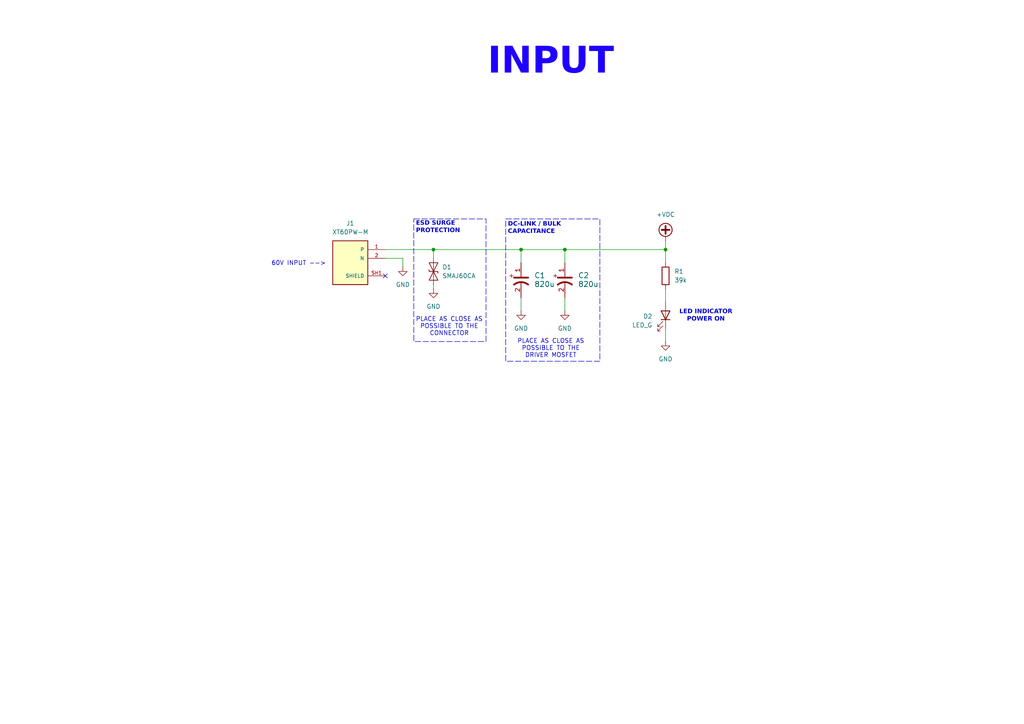
<source format=kicad_sch>
(kicad_sch (version 20250114) (generator "eeschema") (generator_version "9.0")
  (paper "A4")
  (title_block (title "PCB Mastery Project") (date "2026-01-27") (rev "01_1") (company "Integro Consulting AB") (comment 1 "00000001") (comment 2 "TBD") (comment 3 "TBD") (comment 4 "Josue Godinez"))
  (lib_symbols
    (symbol "Device:LED" (pin_numbers (hide yes)) (pin_names (offset 1.016) (hide yes))
      (property "Reference" "D" (at 0 2.54 0))
      (property "Value" "LED" (at 0 -2.54 0))
      (symbol "LED_0_1"
        (polyline (pts (xy -3.048 -0.762) (xy -4.572 -2.286) (xy -3.81 -2.286) (xy -4.572 -2.286) (xy -4.572 -1.524)))
        (polyline (pts (xy -1.778 -0.762) (xy -3.302 -2.286) (xy -2.54 -2.286) (xy -3.302 -2.286) (xy -3.302 -1.524)))
        (polyline (pts (xy -1.27 0) (xy 1.27 0)))
        (polyline (pts (xy -1.27 -1.27) (xy -1.27 1.27)) (stroke (width 0.254)))
        (polyline (pts (xy 1.27 -1.27) (xy 1.27 1.27) (xy -1.27 0) (xy 1.27 -1.27)) (stroke (width 0.254)))
      )
      (symbol "LED_1_1"
        (pin passive line (at -3.81 0 0) (length 2.54) (name "K") (number "1"))
        (pin passive line (at 3.81 0 180) (length 2.54) (name "A") (number "2"))
      )
    )
    (symbol "Device:R" (pin_numbers (hide yes)) (pin_names (offset 0))
      (property "Reference" "R" (at 2.032 0 90))
      (property "Value" "R" (at 0 0 90))
      (symbol "R_0_1"
        (rectangle (start -1.016 -2.54) (end 1.016 2.54) (stroke (width 0.254)))
      )
      (symbol "R_1_1"
        (pin passive line (at 0 3.81 270) (length 1.27) (name "~") (number "1"))
        (pin passive line (at 0 -3.81 90) (length 1.27) (name "~") (number "2"))
      )
    )
    (symbol "Diode:SMAJ60CA" (pin_numbers (hide yes)) (pin_names (offset 1.016) (hide yes))
      (property "Reference" "D" (at 0 2.54 0))
      (property "Value" "SMAJ60CA" (at 0 -2.54 0))
      (symbol "SMAJ60CA_0_1"
        (polyline (pts (xy -2.54 -1.27) (xy 0 0) (xy -2.54 1.27) (xy -2.54 -1.27)) (stroke (width 0.2032)))
        (polyline (pts (xy 0.508 1.27) (xy 0 1.27) (xy 0 -1.27) (xy -0.508 -1.27)) (stroke (width 0.2032)))
        (polyline (pts (xy 1.27 0) (xy -1.27 0)))
        (polyline (pts (xy 2.54 1.27) (xy 2.54 -1.27) (xy 0 0) (xy 2.54 1.27)) (stroke (width 0.2032)))
      )
      (symbol "SMAJ60CA_1_1"
        (pin passive line (at -3.81 0 0) (length 2.54) (name "A1") (number "1"))
        (pin passive line (at 3.81 0 180) (length 2.54) (name "A2") (number "2"))
      )
    )
    (symbol "LKMI2501K821MF:LKMI2501K821MF_YMIN" (pin_names (offset 0.254))
      (property "Reference" "C" (at 2.54 2.54 0))
      (property "Value" "820u" (at 2.54 0 0))
      (symbol "LKMI2501K821MF_YMIN_0_1"
        (polyline (pts (xy -3.302 1.27) (xy -2.286 1.27)))
        (polyline (pts (xy -2.794 0.762) (xy -2.794 1.778)))
        (polyline (pts (xy -2.032 0.762) (xy 2.032 0.762)) (stroke (width 0.508)))
        (arc (start -2.032 -1.27) (mid 0 -0.5572) (end 2.032 -1.27) (stroke (width 0.508)))
      )
      (symbol "LKMI2501K821MF_YMIN_1_1"
        (pin passive line (at 0 5.08 270) (length 4.318) (name "~") (number "1"))
        (pin passive line (at 0 -5.08 90) (length 4.572) (name "~") (number "2"))
      )
    )
    (symbol "XT60PW-M:XT60PW-M" (pin_names (offset 1.016))
      (property "Reference" "J" (at -5.08 5.7234 0))
      (property "Value" "XT60PW-M" (at -5.08 -10.1723 0))
      (symbol "XT60PW-M_0_0"
        (rectangle (start -5.08 -7.62) (end 5.08 5.08) (stroke (width 0.254)) (fill (type background)))
        (pin passive line (at -10.16 2.54 0) (length 5.08) (name "P") (number "1"))
        (pin passive line (at -10.16 0 0) (length 5.08) (name "N") (number "2"))
        (pin passive line (at -10.16 -5.08 0) (length 5.08) (name "SHIELD") (number "SH1"))
        (pin passive line (at -10.16 -5.08 0) (length 5.08) (hide yes) (name "SHIELD") (number "SH2"))
      )
    )
    (symbol "power:+VDC" (power) (pin_numbers (hide yes)) (pin_names (offset 0) (hide yes))
      (property "Value" "+VDC" (at 0 6.35 0))
      (symbol "+VDC_0_1"
        (polyline (pts (xy -1.143 3.175) (xy 1.143 3.175)) (stroke (width 0.508)))
        (circle (center 0 3.175) (radius 1.905) (stroke (width 0.254)))
        (polyline (pts (xy 0 2.032) (xy 0 4.318)) (stroke (width 0.508)))
        (polyline (pts (xy 0 0) (xy 0 1.27)))
      )
      (symbol "+VDC_1_1"
        (pin power_in line (at 0 0 90) (length 0) (name "~") (number "1"))
      )
    )
    (symbol "power:GND" (power) (pin_numbers (hide yes)) (pin_names (offset 0) (hide yes))
      (property "Value" "GND" (at 0 -3.81 0))
      (symbol "GND_0_1"
        (polyline (pts (xy 0 0) (xy 0 -1.27) (xy 1.27 -1.27) (xy 0 -2.54) (xy -1.27 -1.27) (xy 0 -1.27)))
      )
      (symbol "GND_1_1"
        (pin power_in line (at 0 0 270) (length 0) (name "~") (number "1"))
      )
    )
  )
  (rectangle (start 120.015 63.5) (end 140.97 99.06) (stroke (width 0) (type dash)))
  (rectangle (start 146.685 63.5) (end 173.99 104.775) (stroke (width 0) (type dash)))
  (text "PLACE AS CLOSE AS\nPOSSIBLE TO THE\nCONNECTOR" (at 130.302 94.742 0) (effects (font (size 1.27 1.27))))
  (text "ESD SURGE\nPROTECTION" (at 120.65 66.294 0) (effects (font (size 1.27 1.27) (thickness 0.254) (bold yes)) (justify left)))
  (text "LED INDICATOR\nPOWER ON" (at 204.724 91.948 0) (effects (font (size 1.27 1.27) (bold yes))))
  (text "DC-LINK / BULK\nCAPACITANCE" (at 147.32 66.548 0) (effects (font (size 1.27 1.27) (thickness 0.254) (bold yes)) (justify left)))
  (text "60V INPUT -->" (at 86.614 76.454 0) (effects (font (size 1.27 1.27))))
  (text "INPUT" (at 159.766 20.066 0) (effects (font (size 7.62 7.62) (thickness 0.254) (bold yes))))
  (text "PLACE AS CLOSE AS\nPOSSIBLE TO THE\nDRIVER MOSFET" (at 159.766 101.092 0) (effects (font (size 1.27 1.27))))
  (junction (at 193.04 72.39))
  (junction (at 163.83 72.39))
  (junction (at 125.73 72.39))
  (junction (at 151.13 72.39))
  (no_connect (at 111.76 80.01))
  (wire (pts (xy 151.13 72.39) (xy 163.83 72.39)))
  (wire (pts (xy 193.04 72.39) (xy 163.83 72.39)))
  (wire (pts (xy 163.83 72.39) (xy 163.83 76.2)))
  (wire (pts (xy 125.73 72.39) (xy 111.76 72.39)))
  (wire (pts (xy 151.13 90.17) (xy 151.13 86.36)))
  (wire (pts (xy 193.04 87.63) (xy 193.04 83.82)))
  (wire (pts (xy 151.13 72.39) (xy 151.13 76.2)))
  (wire (pts (xy 116.84 74.93) (xy 111.76 74.93)))
  (wire (pts (xy 125.73 72.39) (xy 125.73 74.93)))
  (wire (pts (xy 116.84 77.47) (xy 116.84 74.93)))
  (wire (pts (xy 193.04 69.85) (xy 193.04 72.39)))
  (wire (pts (xy 193.04 95.25) (xy 193.04 99.06)))
  (wire (pts (xy 125.73 82.55) (xy 125.73 83.82)))
  (wire (pts (xy 163.83 90.17) (xy 163.83 86.36)))
  (wire (pts (xy 125.73 72.39) (xy 151.13 72.39)))
  (wire (pts (xy 193.04 76.2) (xy 193.04 72.39)))
  (symbol (lib_id "Device:R") (at 193.04 80.01 0) (unit 1)
    (property "Reference" "R1" (at 195.58 78.7399 0) (effects (justify left)))
    (property "Value" "39k" (at 195.58 81.2799 0) (effects (justify left)))
    (property "Footprint" "Resistor_SMD:R_0603_1608Metric" (effects (hide yes)))
    (property "Description" "RES 39k OHM 0603 ±1% 1/10W" (effects (hide yes)))
    (property "Package" "0603" (effects (hide yes)))
    (property "Tolerance" "1%" (effects (hide yes)))
    (property "Power Rating" "1/10W" (effects (hide yes)))
  )
  (symbol (lib_id "power:GND") (at 116.84 77.47 0) (mirror y) (unit 1)
    (property "Reference" "#PWR01" (effects (hide yes)))
    (property "Value" "GND" (at 116.84 82.55 0))
    (property "Description" "Power symbol creates a global label with name \"GND\" , ground" (effects (hide yes)))
  )
  (symbol (lib_id "power:GND") (at 163.83 90.17 0) (mirror y) (unit 1)
    (property "Reference" "#PWR04" (effects (hide yes)))
    (property "Value" "GND" (at 163.83 95.25 0))
    (property "Description" "Power symbol creates a global label with name \"GND\" , ground" (effects (hide yes)))
  )
  (symbol (lib_id "power:GND") (at 125.73 83.82 0) (mirror y) (unit 1)
    (property "Reference" "#PWR02" (effects (hide yes)))
    (property "Value" "GND" (at 125.73 88.9 0))
    (property "Description" "Power symbol creates a global label with name \"GND\" , ground" (effects (hide yes)))
  )
  (symbol (lib_id "LKMI2501K821MF:LKMI2501K821MF_YMIN") (at 163.83 81.28 0) (unit 1)
    (property "Reference" "C2" (at 167.64 79.8829 0) (effects (font (size 1.524 1.524)) (justify left)))
    (property "Value" "820u" (at 167.64 82.4229 0) (effects (font (size 1.524 1.524)) (justify left)))
    (property "Footprint" "LKMI2501K821MF:RA_LKMI2501K821MF_YMIN" (effects (hide yes)))
    (property "Datasheet" "LKMI2501K821MF_YMIN" (effects (hide yes)))
    (property "Description" "±20% 80V 820uF 32mΩ@100kHz Through Hole,D16xL25mm Aluminum Electrolytic Capacitors RoHS" (effects (hide yes)))
    (property "MPN" "LKMI2501K821MF" (effects (hide yes)))
    (property "Manufacturer" "Ymin" (effects (hide yes)))
    (property "Package" "TH" (effects (hide yes)))
    (property "Tolerance" "20%" (effects (hide yes)))
    (property "Voltage Rating" "80V" (effects (hide yes)))
  )
  (symbol (lib_id "XT60PW-M:XT60PW-M") (at 101.6 74.93 0) (mirror y) (unit 1)
    (property "Reference" "J1" (at 101.6 64.77 0))
    (property "Value" "XT60PW-M" (at 101.6 67.31 0))
    (property "Footprint" "XT60PW-M:AMASS_XT60PW-M" (effects (hide yes)))
    (property "Description" "Socket, DC supply, male, PIN: 2" (effects (hide yes)))
    (property "MAXIMUM_PACKAGE_HEIGHT" "8.4 mm" (effects (hide yes)))
    (property "Package" "TH" (effects (hide yes)))
    (property "MPN" "XT60PW-M" (effects (hide yes)))
    (property "Manufacturer" "AMASS" (effects (hide yes)))
  )
  (symbol (lib_id "LKMI2501K821MF:LKMI2501K821MF_YMIN") (at 151.13 81.28 0) (unit 1)
    (property "Reference" "C1" (at 154.94 79.8829 0) (effects (font (size 1.524 1.524)) (justify left)))
    (property "Value" "820u" (at 154.94 82.4229 0) (effects (font (size 1.524 1.524)) (justify left)))
    (property "Footprint" "LKMI2501K821MF:RA_LKMI2501K821MF_YMIN" (effects (hide yes)))
    (property "Datasheet" "LKMI2501K821MF_YMIN" (effects (hide yes)))
    (property "Description" "±20% 80V 820uF 32mΩ@100kHz Through Hole,D16xL25mm Aluminum Electrolytic Capacitors RoHS" (effects (hide yes)))
    (property "MPN" "LKMI2501K821MF" (effects (hide yes)))
    (property "Manufacturer" "Ymin" (effects (hide yes)))
    (property "Package" "TH" (effects (hide yes)))
    (property "Tolerance" "20%" (effects (hide yes)))
    (property "Voltage Rating" "80V" (effects (hide yes)))
  )
  (symbol (lib_id "Diode:SMAJ60CA") (at 125.73 78.74 90) (unit 1)
    (property "Reference" "D1" (at 128.27 77.4699 90) (effects (justify right)))
    (property "Value" "SMAJ60CA" (at 128.27 80.0099 90) (effects (justify right)))
    (property "Footprint" "Diode_SMD:D_SMA" (effects (hide yes)))
    (property "Datasheet" "https://www.littelfuse.com/media?resourcetype=datasheets&itemid=75e32973-b177-4ee3-a0ff-cedaf1abdb93&filename=smaj-datasheet" (effects (hide yes)))
    (property "Description" "400W bidirectional Transient Voltage Suppressor, 60.0Vr, SMA(DO-214AC)" (effects (hide yes)))
    (property "Package" "DO-214AC" (effects (hide yes)))
    (property "MPN" "SMAJ60CA" (effects (hide yes)))
    (property "Manufacturer" "Littelfuse" (effects (hide yes)))
  )
  (symbol (lib_id "power:+VDC") (at 193.04 69.85 0) (unit 1)
    (property "Reference" "#PWR05" (effects (hide yes)))
    (property "Value" "+VDC" (at 193.04 62.23 0))
    (property "Description" "Power symbol creates a global label with name \"+VDC\"" (effects (hide yes)))
  )
  (symbol (lib_id "Device:LED") (at 193.04 91.44 270) (mirror x) (unit 1)
    (property "Reference" "D2" (at 189.23 91.7574 90) (effects (justify right)))
    (property "Value" "LED_G" (at 189.23 94.2974 90) (effects (justify right)))
    (property "Footprint" "Diode_SMD:D_1206_3216Metric" (effects (hide yes)))
    (property "Description" "LED GREEN CLEAR 1206 SMD" (effects (hide yes)))
    (property "Sim.Pins" "1=K 2=A" (effects (hide yes)))
    (property "Manufacturer" "Everlight" (effects (hide yes)))
    (property "MPN" "15-21/GHC-XS1T1/2T" (effects (hide yes)))
    (property "Package" "1206" (effects (hide yes)))
  )
  (symbol (lib_id "power:GND") (at 193.04 99.06 0) (mirror y) (unit 1)
    (property "Reference" "#PWR06" (effects (hide yes)))
    (property "Value" "GND" (at 193.04 104.14 0))
    (property "Description" "Power symbol creates a global label with name \"GND\" , ground" (effects (hide yes)))
  )
  (symbol (lib_id "power:GND") (at 151.13 90.17 0) (mirror y) (unit 1)
    (property "Reference" "#PWR03" (effects (hide yes)))
    (property "Value" "GND" (at 151.13 95.25 0))
    (property "Description" "Power symbol creates a global label with name \"GND\" , ground" (effects (hide yes)))
  )
)
</source>
